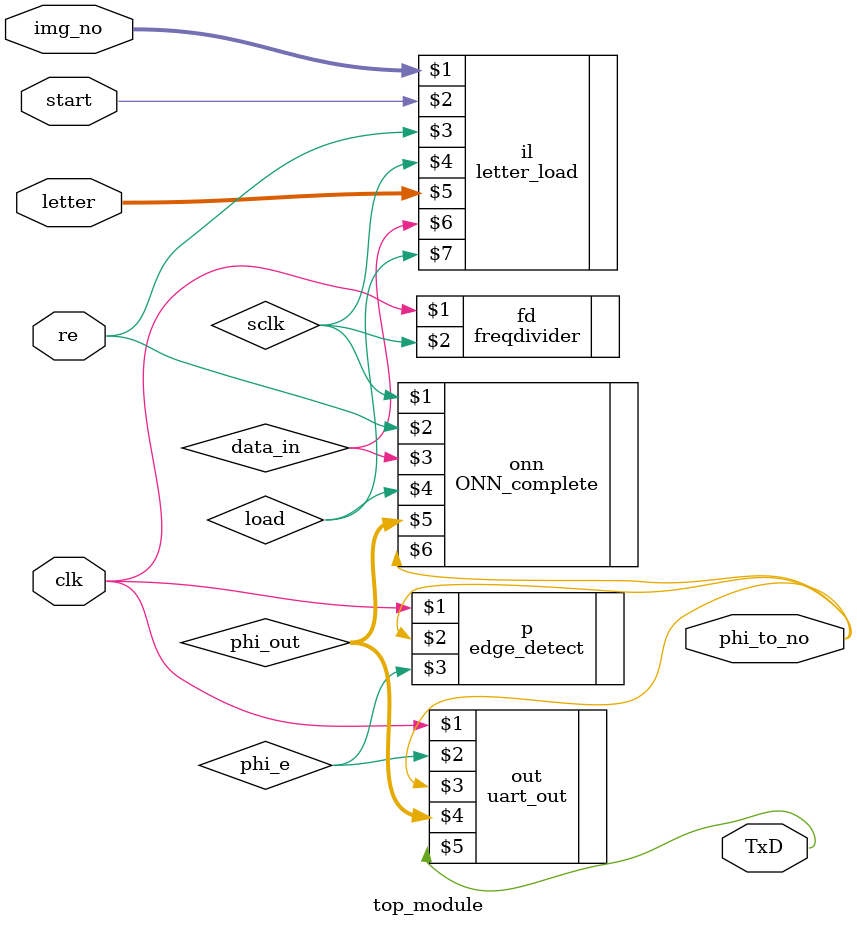
<source format=v>
`timescale 1ns / 1ps

module top_module#(parameter n=210)(
input clk,re,start,
input [1:0]letter,
input [2:0]img_no,
output TxD,phi_to_no
    );
wire sclk;
freqdivider fd (clk,sclk);
    
wire [0:4*n-1]phi_out;
wire load;
wire data_in;

letter_load il(img_no,start,re,sclk,letter,data_in,load);

ONN_complete onn(sclk,re,data_in,load,phi_out,phi_to_no);

wire phi_e;

edge_detect p(clk,phi_to_no,phi_e); 
   
uart_out out(
         clk,
         phi_e,
         phi_to_no,
         phi_out,
         TxD);
endmodule

</source>
